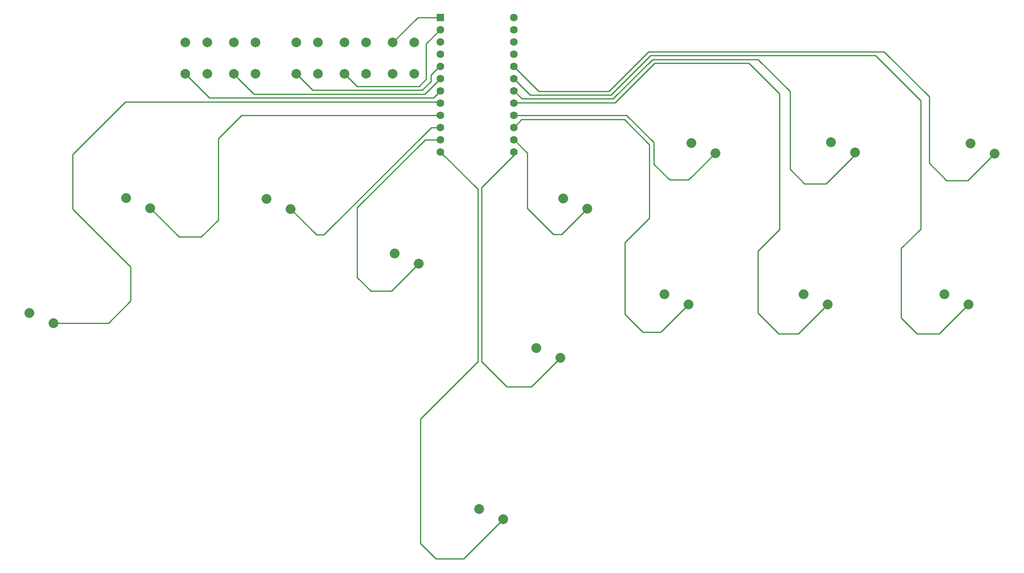
<source format=gtl>
%TF.GenerationSoftware,KiCad,Pcbnew,(6.0.7)*%
%TF.CreationDate,2022-08-14T15:20:51+10:00*%
%TF.ProjectId,Flatbox-rev1_1,466c6174-626f-4782-9d72-6576315f312e,rev?*%
%TF.SameCoordinates,Original*%
%TF.FileFunction,Copper,L1,Top*%
%TF.FilePolarity,Positive*%
%FSLAX46Y46*%
G04 Gerber Fmt 4.6, Leading zero omitted, Abs format (unit mm)*
G04 Created by KiCad (PCBNEW (6.0.7)) date 2022-08-14 15:20:51*
%MOMM*%
%LPD*%
G01*
G04 APERTURE LIST*
%TA.AperFunction,ComponentPad*%
%ADD10C,2.032000*%
%TD*%
%TA.AperFunction,ComponentPad*%
%ADD11C,2.000000*%
%TD*%
%TA.AperFunction,ComponentPad*%
%ADD12R,1.600000X1.600000*%
%TD*%
%TA.AperFunction,ComponentPad*%
%ADD13C,1.600000*%
%TD*%
%TA.AperFunction,Conductor*%
%ADD14C,0.254000*%
%TD*%
G04 APERTURE END LIST*
D10*
X102407600Y-76048400D03*
X97407600Y-73948400D03*
X129007600Y-87398400D03*
X124007600Y-85298400D03*
X146507600Y-140498400D03*
X141507600Y-138398400D03*
X163947600Y-75988400D03*
X158947600Y-73888400D03*
X185507600Y-62358400D03*
X190507600Y-64458400D03*
X219477600Y-64338400D03*
X214477600Y-62238400D03*
X248447600Y-64578400D03*
X243447600Y-62478400D03*
X158337600Y-107028400D03*
X153337600Y-104928400D03*
X184947600Y-95918400D03*
X179947600Y-93818400D03*
X213797600Y-95918400D03*
X208797600Y-93818400D03*
X243007600Y-95918400D03*
X238007600Y-93818400D03*
X73312600Y-75928400D03*
X68312600Y-73828400D03*
D11*
X103587600Y-41478400D03*
X103587600Y-47978400D03*
X108087600Y-41478400D03*
X108087600Y-47978400D03*
X80587600Y-41478400D03*
X80587600Y-47978400D03*
X85087600Y-47978400D03*
X85087600Y-41478400D03*
X113587600Y-41478400D03*
X113587600Y-47978400D03*
X118087600Y-47978400D03*
X118087600Y-41478400D03*
D10*
X53187600Y-99778400D03*
X48187600Y-97678400D03*
D11*
X90587600Y-47978400D03*
X90587600Y-41478400D03*
X95087600Y-41478400D03*
X95087600Y-47978400D03*
X123587600Y-41478400D03*
X123587600Y-47978400D03*
X128087600Y-41478400D03*
X128087600Y-47978400D03*
D12*
X133467600Y-36258400D03*
D13*
X133467600Y-38798400D03*
X133467600Y-41338400D03*
X133467600Y-43878400D03*
X133467600Y-46418400D03*
X133467600Y-48958400D03*
X133467600Y-51498400D03*
X133467600Y-54038400D03*
X133467600Y-56578400D03*
X133467600Y-59118400D03*
X133467600Y-61658400D03*
X133467600Y-64198400D03*
X148707600Y-64198400D03*
X148707600Y-61658400D03*
X148707600Y-59118400D03*
X148707600Y-56578400D03*
X148707600Y-54038400D03*
X148707600Y-51498400D03*
X148707600Y-48958400D03*
X148707600Y-46418400D03*
X148707600Y-43878400D03*
X148707600Y-41338400D03*
X148707600Y-38798400D03*
X148707600Y-36258400D03*
D14*
X133467600Y-56578400D02*
X92237600Y-56578400D01*
X83837600Y-81878400D02*
X79262600Y-81878400D01*
X92237600Y-56578400D02*
X87387600Y-61428400D01*
X79262600Y-81878400D02*
X73312600Y-75928400D01*
X87387600Y-61428400D02*
X87387600Y-78328400D01*
X87387600Y-78328400D02*
X83837600Y-81878400D01*
X107787600Y-81428400D02*
X102407600Y-76048400D01*
X109287600Y-81428400D02*
X107787600Y-81428400D01*
X131597600Y-59118400D02*
X109287600Y-81428400D01*
X133467600Y-59118400D02*
X131597600Y-59118400D01*
X116237600Y-75778400D02*
X116237600Y-90278400D01*
X119087600Y-93128400D02*
X123277600Y-93128400D01*
X116237600Y-90278400D02*
X119087600Y-93128400D01*
X123277600Y-93128400D02*
X129007600Y-87398400D01*
X133467600Y-61658400D02*
X130357600Y-61658400D01*
X130357600Y-61658400D02*
X116237600Y-75778400D01*
X141233590Y-107782410D02*
X129287600Y-119728400D01*
X129287600Y-119728400D02*
X129287600Y-145478400D01*
X133467600Y-64198400D02*
X141233590Y-71964390D01*
X129287600Y-145478400D02*
X132537600Y-148728400D01*
X141233590Y-71964390D02*
X141233590Y-107782410D01*
X138277600Y-148728400D02*
X146507600Y-140498400D01*
X132537600Y-148728400D02*
X138277600Y-148728400D01*
X234887600Y-66528400D02*
X238487600Y-70128400D01*
X242897600Y-70128400D02*
X248447600Y-64578400D01*
X225537600Y-43378400D02*
X234887600Y-52728400D01*
X148707600Y-46418400D02*
X153867600Y-51578400D01*
X168462600Y-51578400D02*
X176662600Y-43378400D01*
X238487600Y-70128400D02*
X242897600Y-70128400D01*
X176662600Y-43378400D02*
X225537600Y-43378400D01*
X234887600Y-52728400D02*
X234887600Y-66528400D01*
X153867600Y-51578400D02*
X168462600Y-51578400D01*
X213437600Y-70828400D02*
X219477600Y-64788400D01*
X148707600Y-51498400D02*
X150387600Y-53178400D01*
X219477600Y-64788400D02*
X219477600Y-64338400D01*
X205987600Y-67828400D02*
X208987600Y-70828400D01*
X169287600Y-53178400D02*
X177487600Y-44978400D01*
X150387600Y-53178400D02*
X169287600Y-53178400D01*
X177487600Y-44978400D02*
X199337600Y-44978400D01*
X208987600Y-70828400D02*
X213437600Y-70828400D01*
X199337600Y-44978400D02*
X205987600Y-51628400D01*
X205987600Y-51628400D02*
X205987600Y-67828400D01*
X177737600Y-66728400D02*
X181037600Y-70028400D01*
X148707600Y-56578400D02*
X172087600Y-56578400D01*
X172087600Y-56578400D02*
X177737600Y-62228400D01*
X184937600Y-70028400D02*
X190507600Y-64458400D01*
X181037600Y-70028400D02*
X184937600Y-70028400D01*
X177737600Y-62228400D02*
X177737600Y-66728400D01*
X156937600Y-81328400D02*
X158607600Y-81328400D01*
X158607600Y-81328400D02*
X163947600Y-75988400D01*
X148707600Y-61658400D02*
X151487600Y-64438400D01*
X151487600Y-75878400D02*
X156937600Y-81328400D01*
X151487600Y-64438400D02*
X151487600Y-75878400D01*
X171737600Y-97928400D02*
X175487600Y-101678400D01*
X176837600Y-77928400D02*
X171737600Y-83028400D01*
X171737600Y-83028400D02*
X171737600Y-97928400D01*
X179187600Y-101678400D02*
X184947600Y-95918400D01*
X148707600Y-59118400D02*
X150347600Y-57478400D01*
X176837600Y-62703400D02*
X176837600Y-77928400D01*
X175487600Y-101678400D02*
X179187600Y-101678400D01*
X150347600Y-57478400D02*
X171612600Y-57478400D01*
X171612600Y-57478400D02*
X176837600Y-62703400D01*
X148707600Y-64198400D02*
X148707600Y-64908400D01*
X142037600Y-107778400D02*
X147287600Y-113028400D01*
X148707600Y-64908400D02*
X142037600Y-71578400D01*
X152337600Y-113028400D02*
X158337600Y-107028400D01*
X147287600Y-113028400D02*
X152337600Y-113028400D01*
X142037600Y-71578400D02*
X142037600Y-107778400D01*
X148767600Y-53978400D02*
X169687600Y-53978400D01*
X148707600Y-54038400D02*
X148767600Y-53978400D01*
X177887600Y-45778400D02*
X197437600Y-45778400D01*
X199337600Y-97678400D02*
X203687600Y-102028400D01*
X203687600Y-102028400D02*
X207687600Y-102028400D01*
X199337600Y-84778400D02*
X199337600Y-97678400D01*
X203787600Y-80328400D02*
X199337600Y-84778400D01*
X197437600Y-45778400D02*
X203787600Y-52128400D01*
X203787600Y-52128400D02*
X203787600Y-80328400D01*
X169687600Y-53978400D02*
X177887600Y-45778400D01*
X207687600Y-102028400D02*
X213797600Y-95918400D01*
X236947600Y-101978400D02*
X243007600Y-95918400D01*
X152127600Y-52378400D02*
X168887600Y-52378400D01*
X229087600Y-98728400D02*
X232337600Y-101978400D01*
X177087600Y-44178400D02*
X223687600Y-44178400D01*
X233087600Y-53578400D02*
X233087600Y-80228400D01*
X168887600Y-52378400D02*
X177087600Y-44178400D01*
X148707600Y-48958400D02*
X152127600Y-52378400D01*
X229087600Y-84228400D02*
X229087600Y-98728400D01*
X232337600Y-101978400D02*
X236947600Y-101978400D01*
X233087600Y-80228400D02*
X229087600Y-84228400D01*
X223687600Y-44178400D02*
X233087600Y-53578400D01*
X69240400Y-95148400D02*
X64610400Y-99778400D01*
X57200800Y-64719200D02*
X57200800Y-76098400D01*
X133207600Y-53778400D02*
X68141600Y-53778400D01*
X68141600Y-53778400D02*
X57200800Y-64719200D01*
X69240400Y-88138000D02*
X69240400Y-95148400D01*
X57200800Y-76098400D02*
X69240400Y-88138000D01*
X64610400Y-99778400D02*
X53187600Y-99778400D01*
X133467600Y-54038400D02*
X133207600Y-53778400D01*
X81587599Y-48978399D02*
X80587600Y-47978400D01*
X131987600Y-52978400D02*
X85587600Y-52978400D01*
X85587600Y-52978400D02*
X81587599Y-48978399D01*
X133467600Y-51498400D02*
X131987600Y-52978400D01*
X130287600Y-52178400D02*
X94787600Y-52178400D01*
X94787600Y-52178400D02*
X91587599Y-48978399D01*
X91587599Y-48978399D02*
X90587600Y-47978400D01*
X133467600Y-48958400D02*
X133467600Y-48998400D01*
X133467600Y-48998400D02*
X130287600Y-52178400D01*
X131487600Y-48228400D02*
X131487600Y-49578400D01*
X133297600Y-46418400D02*
X131487600Y-48228400D01*
X133467600Y-46418400D02*
X133297600Y-46418400D01*
X131487600Y-49578400D02*
X129687600Y-51378400D01*
X106987600Y-51378400D02*
X103587600Y-47978400D01*
X129687600Y-51378400D02*
X106987600Y-51378400D01*
X130537600Y-49078400D02*
X129037600Y-50578400D01*
X130537600Y-41728400D02*
X130537600Y-49078400D01*
X129037600Y-50578400D02*
X116187600Y-50578400D01*
X116187600Y-50578400D02*
X113587600Y-47978400D01*
X133467600Y-38798400D02*
X130537600Y-41728400D01*
X128807600Y-36258400D02*
X123587600Y-41478400D01*
X133467600Y-36258400D02*
X128807600Y-36258400D01*
M02*

</source>
